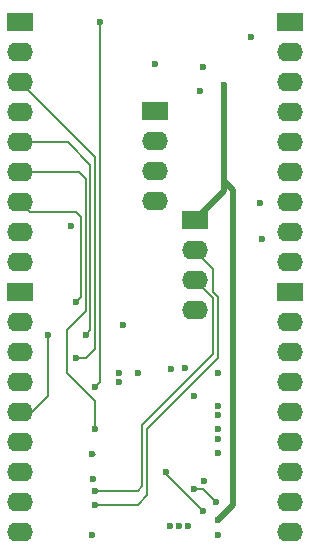
<source format=gbr>
G04 --- HEADER BEGIN --- *
G04 #@! TF.GenerationSoftware,LibrePCB,LibrePCB,0.1.6*
G04 #@! TF.CreationDate,2022-05-15T02:00:43*
G04 #@! TF.ProjectId,ttgo_bob,bfd8dc32-b202-4bf0-b9b5-60a84d76451e,v1*
G04 #@! TF.Part,Single*
G04 #@! TF.SameCoordinates*
G04 #@! TF.FileFunction,Copper,L3,Inr*
G04 #@! TF.FilePolarity,Positive*
%FSLAX66Y66*%
%MOMM*%
G01*
G75*
G04 --- HEADER END --- *
G04 --- APERTURE LIST BEGIN --- *
G04 #@! TA.AperFunction,ComponentPad*
%ADD10R,2.19X1.587*%
%ADD11O,2.19X1.587*%
G04 #@! TA.AperFunction,ViaPad*
%ADD12C,0.6*%
G04 #@! TA.AperFunction,Conductor*
%ADD13C,0.15*%
%ADD14C,0.5*%
G04 #@! TD*
G04 --- APERTURE LIST END --- *
G04 --- BOARD BEGIN --- *
D10*
G04 #@! TO.N,VCC*
G04 #@! TO.C,J5*
G04 #@! TO.P,J5,1,1*
X16063000Y27727000D03*
D11*
G04 #@! TO.N,IO1*
G04 #@! TO.P,J5,2,2*
X16063000Y25187000D03*
G04 #@! TO.N,IO3*
G04 #@! TO.P,J5,3,3*
X16063000Y22647000D03*
G04 #@! TO.N,GND*
G04 #@! TO.P,J5,4,4*
X16063000Y20107000D03*
G04 #@! TO.N,IO9*
G04 #@! TO.C,J3*
G04 #@! TO.P,J3,7,7*
X1270000Y29210000D03*
G04 #@! TO.N,IO1*
G04 #@! TO.P,J3,2,2*
X1270000Y41910000D03*
G04 #@! TO.N,IO12*
G04 #@! TO.P,J3,8,8*
X1270000Y26670000D03*
G04 #@! TO.N,IO5*
G04 #@! TO.P,J3,6,6*
X1270000Y31750000D03*
G04 #@! TO.N,IO4*
G04 #@! TO.P,J3,5,5*
X1270000Y34290000D03*
G04 #@! TO.N,IO2*
G04 #@! TO.P,J3,3,3*
X1270000Y39370000D03*
G04 #@! TO.N,IO3*
G04 #@! TO.P,J3,4,4*
X1270000Y36830000D03*
G04 #@! TO.N,IO13*
G04 #@! TO.P,J3,9,9*
X1270000Y24130000D03*
D10*
G04 #@! TO.N,IO0*
G04 #@! TO.P,J3,1,1*
X1270000Y44450000D03*
D11*
G04 #@! TO.N,IO21*
G04 #@! TO.C,J2*
G04 #@! TO.P,J2,7,7*
X24130000Y6350000D03*
G04 #@! TO.N,IO27*
G04 #@! TO.P,J2,2,2*
X24130000Y19050000D03*
G04 #@! TO.N,IO19*
G04 #@! TO.P,J2,8,8*
X24130000Y3810000D03*
G04 #@! TO.N,IO22*
G04 #@! TO.P,J2,6,6*
X24130000Y8890000D03*
G04 #@! TO.N,IO23*
G04 #@! TO.P,J2,5,5*
X24130000Y11430000D03*
G04 #@! TO.N,IO26*
G04 #@! TO.P,J2,3,3*
X24130000Y16510000D03*
G04 #@! TO.N,IO25*
G04 #@! TO.P,J2,4,4*
X24130000Y13970000D03*
G04 #@! TO.N,IO18*
G04 #@! TO.P,J2,9,9*
X24130000Y1270000D03*
D10*
G04 #@! TO.N,IO32*
G04 #@! TO.P,J2,1,1*
X24130000Y21590000D03*
G04 #@! TO.N,IO14*
G04 #@! TO.C,J6*
G04 #@! TO.P,J6,1,1*
X12660000Y36935000D03*
D11*
G04 #@! TO.N,IO12*
G04 #@! TO.P,J6,2,2*
X12660000Y34395000D03*
G04 #@! TO.N,IO13*
G04 #@! TO.P,J6,3,3*
X12660000Y31855000D03*
G04 #@! TO.N,IO15*
G04 #@! TO.P,J6,4,4*
X12660000Y29315000D03*
G04 #@! TO.N,SIO1*
G04 #@! TO.C,J4*
G04 #@! TO.P,J4,7,7*
X1270000Y6350000D03*
G04 #@! TO.N,IO15*
G04 #@! TO.P,J4,2,2*
X1270000Y19050000D03*
G04 #@! TO.N,SIO2*
G04 #@! TO.P,J4,8,8*
X1270000Y3810000D03*
G04 #@! TO.N,SIO0*
G04 #@! TO.P,J4,6,6*
X1270000Y8890000D03*
G04 #@! TO.N,SCLK*
G04 #@! TO.P,J4,5,5*
X1270000Y11430000D03*
G04 #@! TO.N,CS*
G04 #@! TO.P,J4,3,3*
X1270000Y16510000D03*
G04 #@! TO.N,FCS*
G04 #@! TO.P,J4,4,4*
X1270000Y13970000D03*
G04 #@! TO.N,SIO3*
G04 #@! TO.P,J4,9,9*
X1270000Y1270000D03*
D10*
G04 #@! TO.N,IO14*
G04 #@! TO.P,J4,1,1*
X1270000Y21590000D03*
D11*
G04 #@! TO.N,IO35*
G04 #@! TO.C,J1*
G04 #@! TO.P,J1,7,7*
X24130000Y29210000D03*
G04 #@! TO.N,VCC*
G04 #@! TO.P,J1,2,2*
X24130000Y41910000D03*
G04 #@! TO.N,IO34*
G04 #@! TO.P,J1,8,8*
X24130000Y26670000D03*
G04 #@! TO.N,IO36*
G04 #@! TO.P,J1,6,6*
X24130000Y31750000D03*
G04 #@! TO.N,IO39*
G04 #@! TO.P,J1,5,5*
X24130000Y34290000D03*
G04 #@! TO.N,GND*
G04 #@! TO.P,J1,3,3*
X24130000Y39370000D03*
G04 #@! TO.P,J1,4,4*
X24130000Y36830000D03*
G04 #@! TO.N,IO33*
G04 #@! TO.P,J1,9,9*
X24130000Y24130000D03*
D10*
G04 #@! TO.N,EN*
G04 #@! TO.P,J1,1,1*
X24130000Y44450000D03*
D12*
G04 #@! TD.C*
G04 #@! TD.P*
G04 #@! TO.N,IO32*
X18000000Y8000000D03*
G04 #@! TO.N,IO35*
X21600000Y29200000D03*
G04 #@! TO.N,CS*
X14025000Y15125000D03*
G04 #@! TO.N,GND*
X16764000Y40640000D03*
G04 #@! TO.N,IO23*
X13970000Y1778000D03*
G04 #@! TO.N,IO34*
X21725000Y26125000D03*
G04 #@! TO.N,IO26*
X18000000Y11200000D03*
G04 #@! TO.N,SIO3*
X11200000Y14800000D03*
G04 #@! TO.N,GND*
X7366000Y1016000D03*
G04 #@! TO.N,EN*
X16800000Y5600000D03*
X20800000Y43200000D03*
G04 #@! TO.N,IO27*
X18000000Y12000000D03*
G04 #@! TO.N,IO4*
X6800000Y18000000D03*
D13*
X1270000Y34290000D02*
X5310000Y34290000D01*
X7200000Y18400000D02*
X6800000Y18000000D01*
X7200000Y32400000D02*
X7200000Y18400000D01*
X5310000Y34290000D02*
X7200000Y32400000D01*
D12*
G04 #@! TO.N,IO1*
X7600000Y3600000D03*
D13*
X18000000Y21200000D02*
X18000000Y16000000D01*
X18000000Y16000000D02*
X12000000Y10000000D01*
X16063000Y25187000D02*
X16063000Y25137000D01*
X16063000Y25137000D02*
X17600000Y23600000D01*
X12000000Y4400000D02*
X11200000Y3600000D01*
X17600000Y23600000D02*
X17600000Y21600000D01*
X12000000Y4400000D02*
X12000000Y10000000D01*
X11200000Y3600000D02*
X7600000Y3600000D01*
X17600000Y21600000D02*
X18000000Y21200000D01*
D12*
G04 #@! TO.N,GND*
X12700000Y40894000D03*
G04 #@! TO.N,IO21*
X17875000Y3850000D03*
X15950000Y4950000D03*
X7425000Y5775000D03*
D13*
X15950000Y4950000D02*
X16225000Y4950000D01*
X16775000Y4950000D02*
X16225000Y4950000D01*
X17875000Y3850000D02*
X16775000Y4950000D01*
D12*
G04 #@! TO.N,GND*
X18034000Y14732000D03*
X18034000Y1016000D03*
G04 #@! TO.N,IO22*
X14732000Y1778000D03*
G04 #@! TO.N,IO19*
X7366000Y7874000D03*
X13600000Y6400000D03*
X16764000Y3048000D03*
D13*
X16764000Y3048000D02*
X13600000Y6212000D01*
X7620000Y7874000D02*
X7366000Y7874000D01*
X13600000Y6212000D02*
X13600000Y6400000D01*
D12*
G04 #@! TO.N,SIO2*
X9600000Y14000000D03*
G04 #@! TO.N,IO0*
X7600000Y13600000D03*
X8000000Y44450000D03*
D13*
X8000000Y28000000D02*
X8000000Y44450000D01*
X8000000Y28000000D02*
X8000000Y14000000D01*
X7600000Y13600000D02*
X8000000Y14000000D01*
D12*
G04 #@! TO.N,IO33*
X18000000Y9200000D03*
G04 #@! TO.N,VCC*
X18034000Y2286000D03*
X18542000Y39116000D03*
D14*
X18542000Y30206000D02*
X16063000Y27727000D01*
X19304000Y30226000D02*
X18542000Y30988000D01*
X19304000Y3556000D02*
X18034000Y2286000D01*
X18542000Y30988000D02*
X18542000Y39116000D01*
X19304000Y30226000D02*
X19304000Y3556000D01*
X18542000Y30988000D02*
X18542000Y30206000D01*
D12*
G04 #@! TO.N,IO18*
X15494000Y1778000D03*
G04 #@! TO.N,IO14*
X16000000Y12800000D03*
X5600000Y27200000D03*
G04 #@! TO.N,IO5*
X7600000Y10000000D03*
D13*
X6250000Y31750000D02*
X6800000Y31200000D01*
X6800000Y20000000D02*
X6000000Y19200000D01*
X1270000Y31750000D02*
X6250000Y31750000D01*
X7600000Y12400000D02*
X7600000Y10000000D01*
X6800000Y31200000D02*
X6800000Y20000000D01*
X6000000Y19200000D02*
X5200000Y18400000D01*
X5200000Y14800000D02*
X7600000Y12400000D01*
X5200000Y18400000D02*
X5200000Y14800000D01*
D12*
G04 #@! TO.N,IO9*
X15200000Y15200000D03*
X6000000Y20800000D03*
D13*
X6400000Y21200000D02*
X6000000Y20800000D01*
X6000000Y28400000D02*
X6400000Y28000000D01*
X6400000Y22400000D02*
X6400000Y21200000D01*
X2080000Y28400000D02*
X6000000Y28400000D01*
X6400000Y28000000D02*
X6400000Y22400000D01*
X1270000Y29210000D02*
X2080000Y28400000D01*
D12*
G04 #@! TO.N,IO2*
X6000000Y16000000D03*
D13*
X7600000Y33040000D02*
X7600000Y16800000D01*
X1270000Y39370000D02*
X7600000Y33040000D01*
X6800000Y16000000D02*
X6000000Y16000000D01*
X7600000Y16800000D02*
X6800000Y16000000D01*
D12*
G04 #@! TO.N,SCLK*
X3600000Y18000000D03*
X10000000Y18800000D03*
D13*
X2230000Y11430000D02*
X3600000Y12800000D01*
X3600000Y18000000D02*
X3600000Y12800000D01*
X1270000Y11430000D02*
X2230000Y11430000D01*
D12*
G04 #@! TO.N,SIO1*
X9600000Y14800000D03*
G04 #@! TO.N,IO25*
X18000000Y10000000D03*
G04 #@! TO.N,IO3*
X7600000Y4800000D03*
D13*
X11600000Y5200000D02*
X11600000Y10400000D01*
X11200000Y4800000D02*
X8000000Y4800000D01*
X17600000Y21110000D02*
X17600000Y18000000D01*
X17600000Y16400000D02*
X11600000Y10400000D01*
X16063000Y22647000D02*
X17600000Y21110000D01*
X11600000Y5200000D02*
X11200000Y4800000D01*
X7600000Y4800000D02*
X8000000Y4800000D01*
X17600000Y18000000D02*
X17600000Y16400000D01*
D12*
G04 #@! TO.N,GND*
X16510000Y38608000D03*
G04 --- BOARD END --- *
G04 #@! TF.MD5,96c9f94e4787728ae766f88398446728*
M02*

</source>
